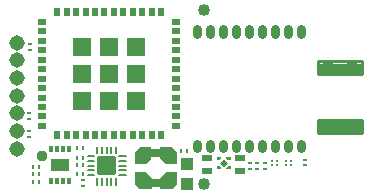
<source format=gbr>
G04 EAGLE Gerber RS-274X export*
G75*
%MOMM*%
%FSLAX34Y34*%
%LPD*%
%INSoldermask Top*%
%IPPOS*%
%AMOC8*
5,1,8,0,0,1.08239X$1,22.5*%
G01*
%ADD10R,0.350000X0.250000*%
%ADD11R,0.800000X0.500000*%
%ADD12R,0.500000X0.800000*%
%ADD13R,1.600000X1.600000*%
%ADD14R,0.320000X0.630000*%
%ADD15R,1.560000X1.060000*%
%ADD16C,1.016000*%
%ADD17R,0.280000X0.430000*%
%ADD18R,0.430000X0.280000*%
%ADD19C,0.180000*%
%ADD20C,0.320000*%
%ADD21R,2.540000X0.750000*%
%ADD22R,0.250000X0.350000*%
%ADD23R,1.000000X1.100000*%
%ADD24C,0.280000*%
%ADD25C,1.108000*%
%ADD26C,0.250000*%
%ADD27C,0.958000*%
%ADD28C,0.800000*%
%ADD29R,0.900000X0.500000*%
%ADD30R,0.240000X0.240000*%
%ADD31R,0.520000X0.520000*%
%ADD32C,1.308000*%

G36*
X139550Y24981D02*
X139550Y24981D01*
X139601Y24983D01*
X139633Y25001D01*
X139669Y25009D01*
X139708Y25042D01*
X139753Y25066D01*
X139774Y25096D01*
X139802Y25119D01*
X139823Y25166D01*
X139853Y25208D01*
X139861Y25250D01*
X139873Y25278D01*
X139872Y25308D01*
X139880Y25350D01*
X139880Y34850D01*
X139863Y34924D01*
X139861Y34933D01*
X139860Y34957D01*
X139856Y34966D01*
X139850Y34999D01*
X139843Y35009D01*
X139841Y35019D01*
X139817Y35048D01*
X139787Y35092D01*
X139778Y35109D01*
X139773Y35112D01*
X139769Y35119D01*
X135769Y39119D01*
X135704Y39159D01*
X135642Y39203D01*
X135630Y39205D01*
X135622Y39210D01*
X135585Y39214D01*
X135500Y39230D01*
X125500Y39230D01*
X125450Y39219D01*
X125399Y39217D01*
X125367Y39199D01*
X125331Y39191D01*
X125292Y39158D01*
X125247Y39134D01*
X125226Y39104D01*
X125198Y39081D01*
X125177Y39034D01*
X125147Y38992D01*
X125139Y38950D01*
X125127Y38922D01*
X125128Y38892D01*
X125120Y38850D01*
X125120Y30850D01*
X125137Y30776D01*
X125150Y30701D01*
X125157Y30691D01*
X125159Y30681D01*
X125183Y30652D01*
X125231Y30581D01*
X130731Y25081D01*
X130796Y25041D01*
X130858Y24997D01*
X130870Y24995D01*
X130878Y24990D01*
X130915Y24986D01*
X131000Y24970D01*
X139500Y24970D01*
X139550Y24981D01*
G37*
G36*
X118050Y3981D02*
X118050Y3981D01*
X118101Y3983D01*
X118133Y4001D01*
X118169Y4009D01*
X118208Y4042D01*
X118253Y4066D01*
X118274Y4096D01*
X118302Y4119D01*
X118323Y4166D01*
X118353Y4208D01*
X118361Y4250D01*
X118373Y4278D01*
X118372Y4308D01*
X118380Y4350D01*
X118380Y12850D01*
X118363Y12924D01*
X118350Y12999D01*
X118343Y13009D01*
X118341Y13019D01*
X118317Y13048D01*
X118269Y13119D01*
X113269Y18119D01*
X113204Y18159D01*
X113142Y18203D01*
X113130Y18205D01*
X113122Y18210D01*
X113085Y18214D01*
X113000Y18230D01*
X104500Y18230D01*
X104450Y18219D01*
X104399Y18217D01*
X104367Y18199D01*
X104331Y18191D01*
X104292Y18158D01*
X104247Y18134D01*
X104226Y18104D01*
X104198Y18081D01*
X104177Y18034D01*
X104147Y17992D01*
X104139Y17950D01*
X104127Y17922D01*
X104128Y17892D01*
X104120Y17850D01*
X104120Y8350D01*
X104137Y8276D01*
X104150Y8201D01*
X104157Y8191D01*
X104159Y8181D01*
X104183Y8152D01*
X104231Y8081D01*
X108231Y4081D01*
X108296Y4041D01*
X108358Y3997D01*
X108370Y3995D01*
X108378Y3990D01*
X108415Y3986D01*
X108500Y3970D01*
X118000Y3970D01*
X118050Y3981D01*
G37*
G36*
X135574Y3987D02*
X135574Y3987D01*
X135649Y4000D01*
X135659Y4007D01*
X135669Y4009D01*
X135698Y4033D01*
X135769Y4081D01*
X139769Y8081D01*
X139809Y8146D01*
X139853Y8208D01*
X139855Y8220D01*
X139860Y8228D01*
X139864Y8265D01*
X139880Y8350D01*
X139880Y17850D01*
X139869Y17900D01*
X139867Y17951D01*
X139849Y17983D01*
X139841Y18019D01*
X139808Y18058D01*
X139784Y18103D01*
X139754Y18124D01*
X139731Y18152D01*
X139684Y18173D01*
X139642Y18203D01*
X139600Y18211D01*
X139572Y18223D01*
X139542Y18222D01*
X139500Y18230D01*
X131000Y18230D01*
X130926Y18213D01*
X130851Y18200D01*
X130841Y18193D01*
X130831Y18191D01*
X130802Y18167D01*
X130731Y18119D01*
X125731Y13119D01*
X125691Y13054D01*
X125647Y12992D01*
X125645Y12980D01*
X125640Y12972D01*
X125636Y12935D01*
X125620Y12850D01*
X125620Y4350D01*
X125631Y4300D01*
X125633Y4249D01*
X125651Y4217D01*
X125659Y4181D01*
X125692Y4142D01*
X125716Y4097D01*
X125746Y4076D01*
X125769Y4048D01*
X125816Y4027D01*
X125858Y3997D01*
X125900Y3989D01*
X125928Y3977D01*
X125958Y3978D01*
X126000Y3970D01*
X135500Y3970D01*
X135574Y3987D01*
G37*
G36*
X113074Y24987D02*
X113074Y24987D01*
X113149Y25000D01*
X113159Y25007D01*
X113169Y25009D01*
X113198Y25033D01*
X113269Y25081D01*
X117769Y29581D01*
X117809Y29646D01*
X117853Y29708D01*
X117855Y29720D01*
X117860Y29728D01*
X117864Y29765D01*
X117880Y29850D01*
X117880Y38850D01*
X117869Y38900D01*
X117867Y38951D01*
X117849Y38983D01*
X117841Y39019D01*
X117808Y39058D01*
X117784Y39103D01*
X117754Y39124D01*
X117731Y39152D01*
X117684Y39173D01*
X117642Y39203D01*
X117600Y39211D01*
X117572Y39223D01*
X117542Y39222D01*
X117500Y39230D01*
X108500Y39230D01*
X108426Y39213D01*
X108351Y39200D01*
X108341Y39193D01*
X108331Y39191D01*
X108302Y39167D01*
X108231Y39119D01*
X104231Y35119D01*
X104219Y35099D01*
X104204Y35087D01*
X104186Y35047D01*
X104147Y34992D01*
X104145Y34980D01*
X104140Y34972D01*
X104136Y34936D01*
X104133Y34929D01*
X104133Y34920D01*
X104120Y34850D01*
X104120Y25350D01*
X104131Y25300D01*
X104133Y25249D01*
X104151Y25217D01*
X104159Y25181D01*
X104192Y25142D01*
X104216Y25097D01*
X104246Y25076D01*
X104269Y25048D01*
X104316Y25027D01*
X104358Y24997D01*
X104400Y24989D01*
X104428Y24977D01*
X104458Y24978D01*
X104500Y24970D01*
X113000Y24970D01*
X113074Y24987D01*
G37*
G36*
X185505Y28399D02*
X185505Y28399D01*
X185505Y28400D01*
X185505Y31000D01*
X185501Y31005D01*
X185500Y31005D01*
X181600Y31005D01*
X181595Y31001D01*
X181595Y31000D01*
X181595Y29900D01*
X181597Y29898D01*
X181596Y29896D01*
X183096Y28396D01*
X183099Y28396D01*
X183100Y28395D01*
X185500Y28395D01*
X185505Y28399D01*
G37*
G36*
X175902Y28397D02*
X175902Y28397D01*
X175904Y28396D01*
X177404Y29896D01*
X177404Y29899D01*
X177405Y29900D01*
X177405Y31000D01*
X177401Y31005D01*
X177400Y31005D01*
X173500Y31005D01*
X173495Y31001D01*
X173495Y31000D01*
X173495Y28400D01*
X173499Y28395D01*
X173500Y28395D01*
X175900Y28395D01*
X175902Y28397D01*
G37*
G36*
X185505Y20999D02*
X185505Y20999D01*
X185505Y21000D01*
X185505Y23600D01*
X185501Y23605D01*
X185500Y23605D01*
X183100Y23605D01*
X183098Y23603D01*
X183096Y23604D01*
X181596Y22104D01*
X181596Y22101D01*
X181595Y22100D01*
X181595Y21000D01*
X181599Y20995D01*
X181600Y20995D01*
X185500Y20995D01*
X185505Y20999D01*
G37*
G36*
X177405Y20999D02*
X177405Y20999D01*
X177405Y21000D01*
X177405Y22100D01*
X177403Y22102D01*
X177404Y22104D01*
X175904Y23604D01*
X175901Y23604D01*
X175900Y23605D01*
X173500Y23605D01*
X173495Y23601D01*
X173495Y23600D01*
X173495Y21000D01*
X173499Y20995D01*
X173500Y20995D01*
X177400Y20995D01*
X177405Y20999D01*
G37*
D10*
X14974Y127050D03*
X14974Y122050D03*
D11*
X25867Y145500D03*
X25867Y137500D03*
X25867Y129500D03*
X25867Y121500D03*
X25867Y113500D03*
X25867Y105500D03*
X25867Y97500D03*
X25867Y89500D03*
X25867Y81500D03*
X25867Y73500D03*
X25867Y65500D03*
X25867Y57500D03*
D12*
X38367Y49500D03*
X46367Y49500D03*
X54367Y49500D03*
X62367Y49500D03*
X70367Y49500D03*
X78367Y49500D03*
X86367Y49500D03*
X94367Y49500D03*
X102367Y49500D03*
X110367Y49500D03*
X118367Y49500D03*
X126367Y49500D03*
D11*
X138867Y57500D03*
X138867Y65500D03*
X138867Y73500D03*
X138867Y81500D03*
X138867Y89500D03*
X138867Y97500D03*
X138867Y105500D03*
X138867Y113500D03*
X138867Y121500D03*
X138867Y129500D03*
X138867Y137500D03*
X138867Y145500D03*
D12*
X126367Y153500D03*
X118367Y153500D03*
X110367Y153500D03*
X102367Y153500D03*
X94367Y153500D03*
X86367Y153500D03*
X78367Y153500D03*
X70367Y153500D03*
X62367Y153500D03*
X54367Y153500D03*
X46367Y153500D03*
X38367Y153500D03*
D13*
X59367Y124500D03*
X82367Y124500D03*
X105367Y124500D03*
X59367Y101500D03*
X82367Y101500D03*
X105367Y101500D03*
X59367Y78500D03*
X82367Y78500D03*
X105367Y78500D03*
D14*
X47980Y37626D03*
X42980Y37626D03*
X37980Y37626D03*
X32980Y37626D03*
X32980Y11026D03*
X37980Y11026D03*
X42980Y11026D03*
X47980Y11026D03*
D15*
X40480Y24326D03*
D16*
X162500Y155500D03*
X162500Y8000D03*
D17*
X23050Y10000D03*
X17950Y10000D03*
X23050Y17000D03*
X17950Y17000D03*
D10*
X14550Y53100D03*
X14550Y48100D03*
D18*
X14250Y63000D03*
X14250Y68100D03*
D10*
X201250Y25950D03*
X201250Y20950D03*
D18*
X207800Y20900D03*
X207800Y26000D03*
X214450Y26000D03*
X214450Y20900D03*
D19*
X69300Y31900D02*
X64100Y31900D01*
X64100Y27900D02*
X69300Y27900D01*
X69300Y23900D02*
X64100Y23900D01*
X64100Y19900D02*
X69300Y19900D01*
X69300Y15900D02*
X64100Y15900D01*
X72200Y13000D02*
X72200Y7800D01*
X76200Y7800D02*
X76200Y13000D01*
X80200Y13000D02*
X80200Y7800D01*
X84200Y7800D02*
X84200Y13000D01*
X88200Y13000D02*
X88200Y7800D01*
X91100Y15900D02*
X96300Y15900D01*
X96300Y19900D02*
X91100Y19900D01*
X91100Y23900D02*
X96300Y23900D01*
X96300Y27900D02*
X91100Y27900D01*
X91100Y31900D02*
X96300Y31900D01*
X88200Y34800D02*
X88200Y40000D01*
X84200Y40000D02*
X84200Y34800D01*
X80200Y34800D02*
X80200Y40000D01*
X76200Y40000D02*
X76200Y34800D01*
X72200Y34800D02*
X72200Y40000D01*
D20*
X73800Y17500D02*
X86600Y17500D01*
X73800Y17500D02*
X73800Y30300D01*
X86600Y30300D01*
X86600Y17500D01*
X86600Y20540D02*
X73800Y20540D01*
X73800Y23580D02*
X86600Y23580D01*
X86600Y26620D02*
X73800Y26620D01*
X73800Y29660D02*
X86600Y29660D01*
D21*
X122000Y8850D03*
X122000Y34350D03*
D17*
X55450Y38500D03*
X60550Y38500D03*
X55450Y30500D03*
X60550Y30500D03*
X143350Y35900D03*
X148450Y35900D03*
D18*
X60500Y6450D03*
X60500Y11550D03*
D17*
X60550Y16400D03*
X55450Y16400D03*
D22*
X60500Y24600D03*
X55500Y24600D03*
D23*
X148000Y25600D03*
X148000Y8600D03*
D24*
X296600Y51400D02*
X296600Y62600D01*
X296600Y51400D02*
X259400Y51400D01*
X259400Y62600D01*
X296600Y62600D01*
X296600Y54060D02*
X259400Y54060D01*
X259400Y56720D02*
X296600Y56720D01*
X296600Y59380D02*
X259400Y59380D01*
X259400Y62040D02*
X296600Y62040D01*
D25*
X268000Y57000D03*
X288000Y57000D03*
D22*
X23000Y23100D03*
X18000Y23100D03*
D26*
X232000Y28000D03*
X236000Y28000D03*
X236000Y24000D03*
X232000Y24000D03*
D10*
X248500Y29000D03*
X248500Y24000D03*
D27*
X25500Y32000D03*
D28*
X156500Y38500D02*
X156500Y42500D01*
X167500Y42500D02*
X167500Y38500D01*
X178500Y38500D02*
X178500Y42500D01*
X189500Y42500D02*
X189500Y38500D01*
X200500Y38500D02*
X200500Y42500D01*
X211500Y42500D02*
X211500Y38500D01*
X222500Y38500D02*
X222500Y42500D01*
X233500Y42500D02*
X233500Y38500D01*
X244500Y38500D02*
X244500Y42500D01*
X244500Y135500D02*
X244500Y139500D01*
X233500Y139500D02*
X233500Y135500D01*
X222500Y135500D02*
X222500Y139500D01*
X211500Y139500D02*
X211500Y135500D01*
X200500Y135500D02*
X200500Y139500D01*
X189500Y139500D02*
X189500Y135500D01*
X178500Y135500D02*
X178500Y139500D01*
X167500Y139500D02*
X167500Y135500D01*
X156500Y135500D02*
X156500Y139500D01*
D24*
X259400Y112600D02*
X259400Y101400D01*
X259400Y112600D02*
X296600Y112600D01*
X296600Y101400D01*
X259400Y101400D01*
X259400Y104060D02*
X296600Y104060D01*
X296600Y106720D02*
X259400Y106720D01*
X259400Y109380D02*
X296600Y109380D01*
X296600Y112040D02*
X259400Y112040D01*
D25*
X288000Y107000D03*
X268000Y107000D03*
D29*
X193500Y30500D03*
X193500Y19500D03*
X165500Y30500D03*
X165500Y19500D03*
D30*
X174700Y29700D03*
X174700Y22300D03*
X184300Y22300D03*
X184300Y29700D03*
D31*
G36*
X179500Y22324D02*
X175824Y26000D01*
X179500Y29676D01*
X183176Y26000D01*
X179500Y22324D01*
G37*
D26*
X220500Y24000D03*
X220500Y28000D03*
X224500Y28000D03*
X224500Y24000D03*
D32*
X4000Y38000D03*
X4000Y53000D03*
X4000Y68000D03*
X4000Y83000D03*
X4000Y98000D03*
X4000Y113000D03*
X4000Y128000D03*
M02*

</source>
